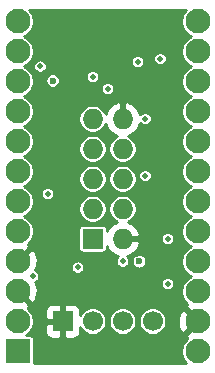
<source format=gbr>
%TF.GenerationSoftware,KiCad,Pcbnew,5.1.7+dfsg1-1~bpo10+1*%
%TF.CreationDate,Date%
%TF.ProjectId,ProMicro_CONN,50726f4d-6963-4726-9f5f-434f4e4e2e6b,v1.4*%
%TF.SameCoordinates,Original*%
%TF.FileFunction,Copper,L2,Inr*%
%TF.FilePolarity,Positive*%
%FSLAX46Y46*%
G04 Gerber Fmt 4.6, Leading zero omitted, Abs format (unit mm)*
G04 Created by KiCad*
%MOMM*%
%LPD*%
G01*
G04 APERTURE LIST*
%TA.AperFunction,ComponentPad*%
%ADD10O,1.727200X1.727200*%
%TD*%
%TA.AperFunction,ComponentPad*%
%ADD11R,1.727200X1.727200*%
%TD*%
%TA.AperFunction,ComponentPad*%
%ADD12R,2.100000X2.100000*%
%TD*%
%TA.AperFunction,ComponentPad*%
%ADD13C,2.100000*%
%TD*%
%TA.AperFunction,ComponentPad*%
%ADD14C,1.700000*%
%TD*%
%TA.AperFunction,ComponentPad*%
%ADD15R,1.700000X1.700000*%
%TD*%
%TA.AperFunction,ViaPad*%
%ADD16C,0.600000*%
%TD*%
%TA.AperFunction,ViaPad*%
%ADD17C,0.500000*%
%TD*%
%TA.AperFunction,Conductor*%
%ADD18C,0.254000*%
%TD*%
%TA.AperFunction,Conductor*%
%ADD19C,0.100000*%
%TD*%
%ADD20C,0.300000*%
%ADD21C,0.200000*%
%ADD22C,0.350000*%
G04 APERTURE END LIST*
D10*
%TO.N,GND*%
%TO.C,J1*%
X8890000Y19685000D03*
%TO.N,TDI*%
X6350000Y19685000D03*
%TO.N,Net-(J1-Pad8)*%
X8890000Y17145000D03*
%TO.N,+3V3*%
X6350000Y17145000D03*
%TO.N,~RST*%
X8890000Y14605000D03*
%TO.N,TMS*%
X6350000Y14605000D03*
%TO.N,+3V3*%
X8890000Y12065000D03*
%TO.N,TDO*%
X6350000Y12065000D03*
%TO.N,GND*%
X8890000Y9525000D03*
D11*
%TO.N,TCK*%
X6350000Y9525000D03*
%TD*%
D12*
%TO.N,RXD*%
%TO.C,A1*%
X0Y0D03*
D13*
%TO.N,TXD*%
X0Y2540000D03*
%TO.N,GND*%
X0Y5080000D03*
%TO.N,Net-(A1-Pad13)*%
X15240000Y27940000D03*
%TO.N,GND*%
X0Y7620000D03*
%TO.N,COPI*%
X15240000Y25400000D03*
%TO.N,SDA*%
X0Y10160000D03*
%TO.N,CIPO*%
X15240000Y22860000D03*
%TO.N,SCL*%
X0Y12700000D03*
%TO.N,SCK*%
X15240000Y20320000D03*
%TO.N,Net-(A1-Pad7)*%
X0Y15240000D03*
%TO.N,TDI*%
X15240000Y17780000D03*
%TO.N,Net-(A1-Pad8)*%
X0Y17780000D03*
%TO.N,TDO*%
X15240000Y15240000D03*
%TO.N,BTN*%
X0Y20320000D03*
%TO.N,TMS*%
X15240000Y12700000D03*
%TO.N,Net-(A1-Pad10)*%
X0Y22860000D03*
%TO.N,TCK*%
X15240000Y10160000D03*
%TO.N,Net-(A1-Pad11)*%
X0Y25400000D03*
%TO.N,+3V3*%
X15240000Y7620000D03*
%TO.N,CS1*%
X0Y27940000D03*
%TO.N,~RST*%
X15240000Y5080000D03*
%TO.N,GND*%
X15240000Y2540000D03*
%TO.N,+5V*%
X15240000Y0D03*
%TD*%
D14*
%TO.N,SDA*%
%TO.C,J3*%
X11430000Y2540000D03*
%TO.N,SCL*%
X8890000Y2540000D03*
%TO.N,+3V3*%
X6350000Y2540000D03*
D15*
%TO.N,GND*%
X3810000Y2540000D03*
%TD*%
D16*
%TO.N,GND*%
X12700000Y21590000D03*
X12700000Y19050000D03*
X12065000Y16446548D03*
X13970000Y16446548D03*
X13970000Y11366548D03*
X13970000Y13906548D03*
D17*
X10160000Y5080000D03*
D16*
X10033000Y21717000D03*
D17*
X6350000Y21590000D03*
X1270000Y21590000D03*
X5715000Y0D03*
X6350000Y7620000D03*
X11176000Y9525000D03*
X3810000Y25019000D03*
X10414000Y11811000D03*
X4064000Y10795000D03*
X4064000Y8382000D03*
X5080000Y5715000D03*
X13589000Y889000D03*
X9525000Y635000D03*
D16*
%TO.N,+3V3*%
X10287000Y7620000D03*
X2973596Y22908904D03*
D17*
%TO.N,RXD*%
X5080000Y7112000D03*
X7620012Y22225000D03*
%TO.N,TXD*%
X2540000Y13335000D03*
%TO.N,SDA*%
X12700000Y9525000D03*
X10795000Y19685000D03*
X10795000Y14859000D03*
%TO.N,CIPO*%
X10160000Y24511000D03*
%TO.N,BTN*%
X1270000Y6350000D03*
%TO.N,CS1*%
X12065001Y24764999D03*
X1905000Y24130000D03*
X6350000Y23241000D03*
%TO.N,~RST*%
X8890000Y7620000D03*
X12700000Y5715000D03*
%TD*%
D18*
%TO.N,GND*%
X14170414Y28817787D02*
X14019718Y28592254D01*
X13915917Y28341656D01*
X13863000Y28075623D01*
X13863000Y27804377D01*
X13915917Y27538344D01*
X14019718Y27287746D01*
X14170414Y27062213D01*
X14362213Y26870414D01*
X14587746Y26719718D01*
X14707776Y26670000D01*
X14587746Y26620282D01*
X14362213Y26469586D01*
X14170414Y26277787D01*
X14019718Y26052254D01*
X13915917Y25801656D01*
X13863000Y25535623D01*
X13863000Y25264377D01*
X13915917Y24998344D01*
X14019718Y24747746D01*
X14170414Y24522213D01*
X14362213Y24330414D01*
X14587746Y24179718D01*
X14707776Y24130000D01*
X14587746Y24080282D01*
X14362213Y23929586D01*
X14170414Y23737787D01*
X14019718Y23512254D01*
X13915917Y23261656D01*
X13863000Y22995623D01*
X13863000Y22724377D01*
X13915917Y22458344D01*
X14019718Y22207746D01*
X14170414Y21982213D01*
X14362213Y21790414D01*
X14587746Y21639718D01*
X14707776Y21590000D01*
X14587746Y21540282D01*
X14362213Y21389586D01*
X14170414Y21197787D01*
X14019718Y20972254D01*
X13915917Y20721656D01*
X13863000Y20455623D01*
X13863000Y20184377D01*
X13915917Y19918344D01*
X14019718Y19667746D01*
X14170414Y19442213D01*
X14362213Y19250414D01*
X14587746Y19099718D01*
X14707776Y19050000D01*
X14587746Y19000282D01*
X14362213Y18849586D01*
X14170414Y18657787D01*
X14019718Y18432254D01*
X13915917Y18181656D01*
X13863000Y17915623D01*
X13863000Y17644377D01*
X13915917Y17378344D01*
X14019718Y17127746D01*
X14170414Y16902213D01*
X14362213Y16710414D01*
X14587746Y16559718D01*
X14707776Y16510000D01*
X14587746Y16460282D01*
X14362213Y16309586D01*
X14170414Y16117787D01*
X14019718Y15892254D01*
X13915917Y15641656D01*
X13863000Y15375623D01*
X13863000Y15104377D01*
X13915917Y14838344D01*
X14019718Y14587746D01*
X14170414Y14362213D01*
X14362213Y14170414D01*
X14587746Y14019718D01*
X14707776Y13970000D01*
X14587746Y13920282D01*
X14362213Y13769586D01*
X14170414Y13577787D01*
X14019718Y13352254D01*
X13915917Y13101656D01*
X13863000Y12835623D01*
X13863000Y12564377D01*
X13915917Y12298344D01*
X14019718Y12047746D01*
X14170414Y11822213D01*
X14362213Y11630414D01*
X14587746Y11479718D01*
X14707776Y11430000D01*
X14587746Y11380282D01*
X14362213Y11229586D01*
X14170414Y11037787D01*
X14019718Y10812254D01*
X13915917Y10561656D01*
X13863000Y10295623D01*
X13863000Y10024377D01*
X13915917Y9758344D01*
X14019718Y9507746D01*
X14170414Y9282213D01*
X14362213Y9090414D01*
X14587746Y8939718D01*
X14707776Y8890000D01*
X14587746Y8840282D01*
X14362213Y8689586D01*
X14170414Y8497787D01*
X14019718Y8272254D01*
X13915917Y8021656D01*
X13863000Y7755623D01*
X13863000Y7484377D01*
X13915917Y7218344D01*
X14019718Y6967746D01*
X14170414Y6742213D01*
X14362213Y6550414D01*
X14587746Y6399718D01*
X14707776Y6350000D01*
X14587746Y6300282D01*
X14362213Y6149586D01*
X14170414Y5957787D01*
X14019718Y5732254D01*
X13915917Y5481656D01*
X13863000Y5215623D01*
X13863000Y4944377D01*
X13915917Y4678344D01*
X14019718Y4427746D01*
X14170414Y4202213D01*
X14362213Y4010414D01*
X14381743Y3997365D01*
X14350339Y3980579D01*
X14248539Y3711066D01*
X15240000Y2719605D01*
X15254143Y2733747D01*
X15433748Y2554142D01*
X15419605Y2540000D01*
X15433748Y2525857D01*
X15254143Y2346252D01*
X15240000Y2360395D01*
X14248539Y1368934D01*
X14350339Y1099421D01*
X14382969Y1083455D01*
X14362213Y1069586D01*
X14170414Y877787D01*
X14019718Y652254D01*
X13915917Y401656D01*
X13863000Y135623D01*
X13863000Y-135623D01*
X13915917Y-401656D01*
X14019718Y-652254D01*
X14170414Y-877787D01*
X14260627Y-968000D01*
X1378582Y-968000D01*
X1378582Y1050000D01*
X1372268Y1114103D01*
X1353570Y1175743D01*
X1323206Y1232550D01*
X1282343Y1282343D01*
X1232550Y1323206D01*
X1175743Y1353570D01*
X1114103Y1372268D01*
X1050000Y1378582D01*
X740350Y1378582D01*
X877787Y1470414D01*
X1069586Y1662213D01*
X1088152Y1690000D01*
X2321928Y1690000D01*
X2334188Y1565518D01*
X2370498Y1445820D01*
X2429463Y1335506D01*
X2508815Y1238815D01*
X2605506Y1159463D01*
X2715820Y1100498D01*
X2835518Y1064188D01*
X2960000Y1051928D01*
X3524250Y1055000D01*
X3683000Y1213750D01*
X3683000Y2413000D01*
X2483750Y2413000D01*
X2325000Y2254250D01*
X2321928Y1690000D01*
X1088152Y1690000D01*
X1220282Y1887746D01*
X1324083Y2138344D01*
X1377000Y2404377D01*
X1377000Y2675623D01*
X1324083Y2941656D01*
X1220282Y3192254D01*
X1088153Y3390000D01*
X2321928Y3390000D01*
X2325000Y2825750D01*
X2483750Y2667000D01*
X3683000Y2667000D01*
X3683000Y3866250D01*
X3937000Y3866250D01*
X3937000Y2667000D01*
X3957000Y2667000D01*
X3957000Y2413000D01*
X3937000Y2413000D01*
X3937000Y1213750D01*
X4095750Y1055000D01*
X4660000Y1051928D01*
X4784482Y1064188D01*
X4904180Y1100498D01*
X5014494Y1159463D01*
X5111185Y1238815D01*
X5190537Y1335506D01*
X5249502Y1445820D01*
X5285812Y1565518D01*
X5298072Y1690000D01*
X5296340Y2008110D01*
X5306956Y1982481D01*
X5435764Y1789706D01*
X5599706Y1625764D01*
X5792481Y1496956D01*
X6006682Y1408231D01*
X6234076Y1363000D01*
X6465924Y1363000D01*
X6693318Y1408231D01*
X6907519Y1496956D01*
X7100294Y1625764D01*
X7264236Y1789706D01*
X7393044Y1982481D01*
X7481769Y2196682D01*
X7527000Y2424076D01*
X7527000Y2655924D01*
X7713000Y2655924D01*
X7713000Y2424076D01*
X7758231Y2196682D01*
X7846956Y1982481D01*
X7975764Y1789706D01*
X8139706Y1625764D01*
X8332481Y1496956D01*
X8546682Y1408231D01*
X8774076Y1363000D01*
X9005924Y1363000D01*
X9233318Y1408231D01*
X9447519Y1496956D01*
X9640294Y1625764D01*
X9804236Y1789706D01*
X9933044Y1982481D01*
X10021769Y2196682D01*
X10067000Y2424076D01*
X10067000Y2655924D01*
X10253000Y2655924D01*
X10253000Y2424076D01*
X10298231Y2196682D01*
X10386956Y1982481D01*
X10515764Y1789706D01*
X10679706Y1625764D01*
X10872481Y1496956D01*
X11086682Y1408231D01*
X11314076Y1363000D01*
X11545924Y1363000D01*
X11773318Y1408231D01*
X11987519Y1496956D01*
X12180294Y1625764D01*
X12344236Y1789706D01*
X12473044Y1982481D01*
X12561769Y2196682D01*
X12607000Y2424076D01*
X12607000Y2479383D01*
X13547934Y2479383D01*
X13592272Y2150443D01*
X13699931Y1836473D01*
X13799421Y1650339D01*
X14068934Y1548539D01*
X15060395Y2540000D01*
X14068934Y3531461D01*
X13799421Y3429661D01*
X13653537Y3131523D01*
X13568620Y2810654D01*
X13547934Y2479383D01*
X12607000Y2479383D01*
X12607000Y2655924D01*
X12561769Y2883318D01*
X12473044Y3097519D01*
X12344236Y3290294D01*
X12180294Y3454236D01*
X11987519Y3583044D01*
X11773318Y3671769D01*
X11545924Y3717000D01*
X11314076Y3717000D01*
X11086682Y3671769D01*
X10872481Y3583044D01*
X10679706Y3454236D01*
X10515764Y3290294D01*
X10386956Y3097519D01*
X10298231Y2883318D01*
X10253000Y2655924D01*
X10067000Y2655924D01*
X10021769Y2883318D01*
X9933044Y3097519D01*
X9804236Y3290294D01*
X9640294Y3454236D01*
X9447519Y3583044D01*
X9233318Y3671769D01*
X9005924Y3717000D01*
X8774076Y3717000D01*
X8546682Y3671769D01*
X8332481Y3583044D01*
X8139706Y3454236D01*
X7975764Y3290294D01*
X7846956Y3097519D01*
X7758231Y2883318D01*
X7713000Y2655924D01*
X7527000Y2655924D01*
X7481769Y2883318D01*
X7393044Y3097519D01*
X7264236Y3290294D01*
X7100294Y3454236D01*
X6907519Y3583044D01*
X6693318Y3671769D01*
X6465924Y3717000D01*
X6234076Y3717000D01*
X6006682Y3671769D01*
X5792481Y3583044D01*
X5599706Y3454236D01*
X5435764Y3290294D01*
X5306956Y3097519D01*
X5296340Y3071890D01*
X5298072Y3390000D01*
X5285812Y3514482D01*
X5249502Y3634180D01*
X5190537Y3744494D01*
X5111185Y3841185D01*
X5014494Y3920537D01*
X4904180Y3979502D01*
X4784482Y4015812D01*
X4660000Y4028072D01*
X4095750Y4025000D01*
X3937000Y3866250D01*
X3683000Y3866250D01*
X3524250Y4025000D01*
X2960000Y4028072D01*
X2835518Y4015812D01*
X2715820Y3979502D01*
X2605506Y3920537D01*
X2508815Y3841185D01*
X2429463Y3744494D01*
X2370498Y3634180D01*
X2334188Y3514482D01*
X2321928Y3390000D01*
X1088153Y3390000D01*
X1069586Y3417787D01*
X877787Y3609586D01*
X858257Y3622635D01*
X889661Y3639421D01*
X991461Y3908934D01*
X0Y4900395D01*
X-14142Y4886252D01*
X-193747Y5065857D01*
X-179605Y5080000D01*
X-193747Y5094142D01*
X-14142Y5273747D01*
X0Y5259605D01*
X14143Y5273747D01*
X193748Y5094142D01*
X179605Y5080000D01*
X1171066Y4088539D01*
X1440579Y4190339D01*
X1586463Y4488477D01*
X1671380Y4809346D01*
X1692066Y5140617D01*
X1647728Y5469557D01*
X1544080Y5771830D01*
X12123000Y5771830D01*
X12123000Y5658170D01*
X12145174Y5546695D01*
X12188669Y5441688D01*
X12251815Y5347184D01*
X12332184Y5266815D01*
X12426688Y5203669D01*
X12531695Y5160174D01*
X12643170Y5138000D01*
X12756830Y5138000D01*
X12868305Y5160174D01*
X12973312Y5203669D01*
X13067816Y5266815D01*
X13148185Y5347184D01*
X13211331Y5441688D01*
X13254826Y5546695D01*
X13277000Y5658170D01*
X13277000Y5771830D01*
X13254826Y5883305D01*
X13211331Y5988312D01*
X13148185Y6082816D01*
X13067816Y6163185D01*
X12973312Y6226331D01*
X12868305Y6269826D01*
X12756830Y6292000D01*
X12643170Y6292000D01*
X12531695Y6269826D01*
X12426688Y6226331D01*
X12332184Y6163185D01*
X12251815Y6082816D01*
X12188669Y5988312D01*
X12145174Y5883305D01*
X12123000Y5771830D01*
X1544080Y5771830D01*
X1540069Y5783527D01*
X1516526Y5827574D01*
X1543312Y5838669D01*
X1637816Y5901815D01*
X1718185Y5982184D01*
X1781331Y6076688D01*
X1824826Y6181695D01*
X1847000Y6293170D01*
X1847000Y6406830D01*
X1824826Y6518305D01*
X1781331Y6623312D01*
X1718185Y6717816D01*
X1637816Y6798185D01*
X1543312Y6861331D01*
X1511187Y6874638D01*
X1586463Y7028477D01*
X1623606Y7168830D01*
X4503000Y7168830D01*
X4503000Y7055170D01*
X4525174Y6943695D01*
X4568669Y6838688D01*
X4631815Y6744184D01*
X4712184Y6663815D01*
X4806688Y6600669D01*
X4911695Y6557174D01*
X5023170Y6535000D01*
X5136830Y6535000D01*
X5248305Y6557174D01*
X5353312Y6600669D01*
X5447816Y6663815D01*
X5528185Y6744184D01*
X5591331Y6838688D01*
X5634826Y6943695D01*
X5657000Y7055170D01*
X5657000Y7168830D01*
X5634826Y7280305D01*
X5591331Y7385312D01*
X5528185Y7479816D01*
X5447816Y7560185D01*
X5353312Y7623331D01*
X5248305Y7666826D01*
X5136830Y7689000D01*
X5023170Y7689000D01*
X4911695Y7666826D01*
X4806688Y7623331D01*
X4712184Y7560185D01*
X4631815Y7479816D01*
X4568669Y7385312D01*
X4525174Y7280305D01*
X4503000Y7168830D01*
X1623606Y7168830D01*
X1671380Y7349346D01*
X1692066Y7680617D01*
X1647728Y8009557D01*
X1540069Y8323527D01*
X1440579Y8509661D01*
X1171066Y8611461D01*
X179605Y7620000D01*
X193748Y7605857D01*
X14143Y7426252D01*
X0Y7440395D01*
X-14142Y7426252D01*
X-193747Y7605857D01*
X-179605Y7620000D01*
X-193747Y7634142D01*
X-14142Y7813747D01*
X0Y7799605D01*
X991461Y8791066D01*
X889661Y9060579D01*
X857031Y9076545D01*
X877787Y9090414D01*
X1069586Y9282213D01*
X1220282Y9507746D01*
X1324083Y9758344D01*
X1377000Y10024377D01*
X1377000Y10295623D01*
X1358506Y10388600D01*
X5157818Y10388600D01*
X5157818Y8661400D01*
X5164132Y8597297D01*
X5182830Y8535657D01*
X5213194Y8478850D01*
X5254057Y8429057D01*
X5303850Y8388194D01*
X5360657Y8357830D01*
X5422297Y8339132D01*
X5486400Y8332818D01*
X7213600Y8332818D01*
X7277703Y8339132D01*
X7339343Y8357830D01*
X7396150Y8388194D01*
X7445943Y8429057D01*
X7486806Y8478850D01*
X7517170Y8535657D01*
X7535868Y8597297D01*
X7542182Y8661400D01*
X7542182Y8886529D01*
X7607316Y8750056D01*
X7783146Y8514707D01*
X8001512Y8318183D01*
X8254022Y8168036D01*
X8527039Y8071429D01*
X8522184Y8068185D01*
X8441815Y7987816D01*
X8378669Y7893312D01*
X8335174Y7788305D01*
X8313000Y7676830D01*
X8313000Y7563170D01*
X8335174Y7451695D01*
X8378669Y7346688D01*
X8441815Y7252184D01*
X8522184Y7171815D01*
X8616688Y7108669D01*
X8721695Y7065174D01*
X8833170Y7043000D01*
X8946830Y7043000D01*
X9058305Y7065174D01*
X9163312Y7108669D01*
X9257816Y7171815D01*
X9338185Y7252184D01*
X9401331Y7346688D01*
X9444826Y7451695D01*
X9467000Y7563170D01*
X9467000Y7676830D01*
X9466021Y7681754D01*
X9660000Y7681754D01*
X9660000Y7558246D01*
X9684095Y7437111D01*
X9731360Y7323004D01*
X9799977Y7220311D01*
X9887311Y7132977D01*
X9990004Y7064360D01*
X10104111Y7017095D01*
X10225246Y6993000D01*
X10348754Y6993000D01*
X10469889Y7017095D01*
X10583996Y7064360D01*
X10686689Y7132977D01*
X10774023Y7220311D01*
X10842640Y7323004D01*
X10889905Y7437111D01*
X10914000Y7558246D01*
X10914000Y7681754D01*
X10889905Y7802889D01*
X10842640Y7916996D01*
X10774023Y8019689D01*
X10686689Y8107023D01*
X10583996Y8175640D01*
X10469889Y8222905D01*
X10348754Y8247000D01*
X10225246Y8247000D01*
X10104111Y8222905D01*
X9990004Y8175640D01*
X9887311Y8107023D01*
X9799977Y8019689D01*
X9731360Y7916996D01*
X9684095Y7802889D01*
X9660000Y7681754D01*
X9466021Y7681754D01*
X9444826Y7788305D01*
X9401331Y7893312D01*
X9338185Y7987816D01*
X9257816Y8068185D01*
X9252961Y8071429D01*
X9525978Y8168036D01*
X9778488Y8318183D01*
X9996854Y8514707D01*
X10172684Y8750056D01*
X10299222Y9015186D01*
X10344958Y9165974D01*
X10223817Y9398000D01*
X9017000Y9398000D01*
X9017000Y9378000D01*
X8763000Y9378000D01*
X8763000Y9398000D01*
X8743000Y9398000D01*
X8743000Y9581830D01*
X12123000Y9581830D01*
X12123000Y9468170D01*
X12145174Y9356695D01*
X12188669Y9251688D01*
X12251815Y9157184D01*
X12332184Y9076815D01*
X12426688Y9013669D01*
X12531695Y8970174D01*
X12643170Y8948000D01*
X12756830Y8948000D01*
X12868305Y8970174D01*
X12973312Y9013669D01*
X13067816Y9076815D01*
X13148185Y9157184D01*
X13211331Y9251688D01*
X13254826Y9356695D01*
X13277000Y9468170D01*
X13277000Y9581830D01*
X13254826Y9693305D01*
X13211331Y9798312D01*
X13148185Y9892816D01*
X13067816Y9973185D01*
X12973312Y10036331D01*
X12868305Y10079826D01*
X12756830Y10102000D01*
X12643170Y10102000D01*
X12531695Y10079826D01*
X12426688Y10036331D01*
X12332184Y9973185D01*
X12251815Y9892816D01*
X12188669Y9798312D01*
X12145174Y9693305D01*
X12123000Y9581830D01*
X8743000Y9581830D01*
X8743000Y9652000D01*
X8763000Y9652000D01*
X8763000Y9672000D01*
X9017000Y9672000D01*
X9017000Y9652000D01*
X10223817Y9652000D01*
X10344958Y9884026D01*
X10299222Y10034814D01*
X10172684Y10299944D01*
X9996854Y10535293D01*
X9778488Y10731817D01*
X9525978Y10881964D01*
X9320565Y10954649D01*
X9453961Y11009904D01*
X9648963Y11140200D01*
X9814800Y11306037D01*
X9945096Y11501039D01*
X10034846Y11717715D01*
X10080600Y11947736D01*
X10080600Y12182264D01*
X10034846Y12412285D01*
X9945096Y12628961D01*
X9814800Y12823963D01*
X9648963Y12989800D01*
X9453961Y13120096D01*
X9237285Y13209846D01*
X9007264Y13255600D01*
X8772736Y13255600D01*
X8542715Y13209846D01*
X8326039Y13120096D01*
X8131037Y12989800D01*
X7965200Y12823963D01*
X7834904Y12628961D01*
X7745154Y12412285D01*
X7699400Y12182264D01*
X7699400Y11947736D01*
X7745154Y11717715D01*
X7834904Y11501039D01*
X7965200Y11306037D01*
X8131037Y11140200D01*
X8326039Y11009904D01*
X8459435Y10954649D01*
X8254022Y10881964D01*
X8001512Y10731817D01*
X7783146Y10535293D01*
X7607316Y10299944D01*
X7542182Y10163471D01*
X7542182Y10388600D01*
X7535868Y10452703D01*
X7517170Y10514343D01*
X7486806Y10571150D01*
X7445943Y10620943D01*
X7396150Y10661806D01*
X7339343Y10692170D01*
X7277703Y10710868D01*
X7213600Y10717182D01*
X5486400Y10717182D01*
X5422297Y10710868D01*
X5360657Y10692170D01*
X5303850Y10661806D01*
X5254057Y10620943D01*
X5213194Y10571150D01*
X5182830Y10514343D01*
X5164132Y10452703D01*
X5157818Y10388600D01*
X1358506Y10388600D01*
X1324083Y10561656D01*
X1220282Y10812254D01*
X1069586Y11037787D01*
X877787Y11229586D01*
X652254Y11380282D01*
X532224Y11430000D01*
X652254Y11479718D01*
X877787Y11630414D01*
X1069586Y11822213D01*
X1220282Y12047746D01*
X1276001Y12182264D01*
X5159400Y12182264D01*
X5159400Y11947736D01*
X5205154Y11717715D01*
X5294904Y11501039D01*
X5425200Y11306037D01*
X5591037Y11140200D01*
X5786039Y11009904D01*
X6002715Y10920154D01*
X6232736Y10874400D01*
X6467264Y10874400D01*
X6697285Y10920154D01*
X6913961Y11009904D01*
X7108963Y11140200D01*
X7274800Y11306037D01*
X7405096Y11501039D01*
X7494846Y11717715D01*
X7540600Y11947736D01*
X7540600Y12182264D01*
X7494846Y12412285D01*
X7405096Y12628961D01*
X7274800Y12823963D01*
X7108963Y12989800D01*
X6913961Y13120096D01*
X6697285Y13209846D01*
X6467264Y13255600D01*
X6232736Y13255600D01*
X6002715Y13209846D01*
X5786039Y13120096D01*
X5591037Y12989800D01*
X5425200Y12823963D01*
X5294904Y12628961D01*
X5205154Y12412285D01*
X5159400Y12182264D01*
X1276001Y12182264D01*
X1324083Y12298344D01*
X1377000Y12564377D01*
X1377000Y12835623D01*
X1324083Y13101656D01*
X1220282Y13352254D01*
X1193839Y13391830D01*
X1963000Y13391830D01*
X1963000Y13278170D01*
X1985174Y13166695D01*
X2028669Y13061688D01*
X2091815Y12967184D01*
X2172184Y12886815D01*
X2266688Y12823669D01*
X2371695Y12780174D01*
X2483170Y12758000D01*
X2596830Y12758000D01*
X2708305Y12780174D01*
X2813312Y12823669D01*
X2907816Y12886815D01*
X2988185Y12967184D01*
X3051331Y13061688D01*
X3094826Y13166695D01*
X3117000Y13278170D01*
X3117000Y13391830D01*
X3094826Y13503305D01*
X3051331Y13608312D01*
X2988185Y13702816D01*
X2907816Y13783185D01*
X2813312Y13846331D01*
X2708305Y13889826D01*
X2596830Y13912000D01*
X2483170Y13912000D01*
X2371695Y13889826D01*
X2266688Y13846331D01*
X2172184Y13783185D01*
X2091815Y13702816D01*
X2028669Y13608312D01*
X1985174Y13503305D01*
X1963000Y13391830D01*
X1193839Y13391830D01*
X1069586Y13577787D01*
X877787Y13769586D01*
X652254Y13920282D01*
X532224Y13970000D01*
X652254Y14019718D01*
X877787Y14170414D01*
X1069586Y14362213D01*
X1220282Y14587746D01*
X1276001Y14722264D01*
X5159400Y14722264D01*
X5159400Y14487736D01*
X5205154Y14257715D01*
X5294904Y14041039D01*
X5425200Y13846037D01*
X5591037Y13680200D01*
X5786039Y13549904D01*
X6002715Y13460154D01*
X6232736Y13414400D01*
X6467264Y13414400D01*
X6697285Y13460154D01*
X6913961Y13549904D01*
X7108963Y13680200D01*
X7274800Y13846037D01*
X7405096Y14041039D01*
X7494846Y14257715D01*
X7540600Y14487736D01*
X7540600Y14722264D01*
X7699400Y14722264D01*
X7699400Y14487736D01*
X7745154Y14257715D01*
X7834904Y14041039D01*
X7965200Y13846037D01*
X8131037Y13680200D01*
X8326039Y13549904D01*
X8542715Y13460154D01*
X8772736Y13414400D01*
X9007264Y13414400D01*
X9237285Y13460154D01*
X9453961Y13549904D01*
X9648963Y13680200D01*
X9814800Y13846037D01*
X9945096Y14041039D01*
X10034846Y14257715D01*
X10080600Y14487736D01*
X10080600Y14722264D01*
X10042098Y14915830D01*
X10218000Y14915830D01*
X10218000Y14802170D01*
X10240174Y14690695D01*
X10283669Y14585688D01*
X10346815Y14491184D01*
X10427184Y14410815D01*
X10521688Y14347669D01*
X10626695Y14304174D01*
X10738170Y14282000D01*
X10851830Y14282000D01*
X10963305Y14304174D01*
X11068312Y14347669D01*
X11162816Y14410815D01*
X11243185Y14491184D01*
X11306331Y14585688D01*
X11349826Y14690695D01*
X11372000Y14802170D01*
X11372000Y14915830D01*
X11349826Y15027305D01*
X11306331Y15132312D01*
X11243185Y15226816D01*
X11162816Y15307185D01*
X11068312Y15370331D01*
X10963305Y15413826D01*
X10851830Y15436000D01*
X10738170Y15436000D01*
X10626695Y15413826D01*
X10521688Y15370331D01*
X10427184Y15307185D01*
X10346815Y15226816D01*
X10283669Y15132312D01*
X10240174Y15027305D01*
X10218000Y14915830D01*
X10042098Y14915830D01*
X10034846Y14952285D01*
X9945096Y15168961D01*
X9814800Y15363963D01*
X9648963Y15529800D01*
X9453961Y15660096D01*
X9237285Y15749846D01*
X9007264Y15795600D01*
X8772736Y15795600D01*
X8542715Y15749846D01*
X8326039Y15660096D01*
X8131037Y15529800D01*
X7965200Y15363963D01*
X7834904Y15168961D01*
X7745154Y14952285D01*
X7699400Y14722264D01*
X7540600Y14722264D01*
X7494846Y14952285D01*
X7405096Y15168961D01*
X7274800Y15363963D01*
X7108963Y15529800D01*
X6913961Y15660096D01*
X6697285Y15749846D01*
X6467264Y15795600D01*
X6232736Y15795600D01*
X6002715Y15749846D01*
X5786039Y15660096D01*
X5591037Y15529800D01*
X5425200Y15363963D01*
X5294904Y15168961D01*
X5205154Y14952285D01*
X5159400Y14722264D01*
X1276001Y14722264D01*
X1324083Y14838344D01*
X1377000Y15104377D01*
X1377000Y15375623D01*
X1324083Y15641656D01*
X1220282Y15892254D01*
X1069586Y16117787D01*
X877787Y16309586D01*
X652254Y16460282D01*
X532224Y16510000D01*
X652254Y16559718D01*
X877787Y16710414D01*
X1069586Y16902213D01*
X1220282Y17127746D01*
X1276001Y17262264D01*
X5159400Y17262264D01*
X5159400Y17027736D01*
X5205154Y16797715D01*
X5294904Y16581039D01*
X5425200Y16386037D01*
X5591037Y16220200D01*
X5786039Y16089904D01*
X6002715Y16000154D01*
X6232736Y15954400D01*
X6467264Y15954400D01*
X6697285Y16000154D01*
X6913961Y16089904D01*
X7108963Y16220200D01*
X7274800Y16386037D01*
X7405096Y16581039D01*
X7494846Y16797715D01*
X7540600Y17027736D01*
X7540600Y17262264D01*
X7494846Y17492285D01*
X7405096Y17708961D01*
X7274800Y17903963D01*
X7108963Y18069800D01*
X6913961Y18200096D01*
X6697285Y18289846D01*
X6467264Y18335600D01*
X6232736Y18335600D01*
X6002715Y18289846D01*
X5786039Y18200096D01*
X5591037Y18069800D01*
X5425200Y17903963D01*
X5294904Y17708961D01*
X5205154Y17492285D01*
X5159400Y17262264D01*
X1276001Y17262264D01*
X1324083Y17378344D01*
X1377000Y17644377D01*
X1377000Y17915623D01*
X1324083Y18181656D01*
X1220282Y18432254D01*
X1069586Y18657787D01*
X877787Y18849586D01*
X652254Y19000282D01*
X532224Y19050000D01*
X652254Y19099718D01*
X877787Y19250414D01*
X1069586Y19442213D01*
X1220282Y19667746D01*
X1276001Y19802264D01*
X5159400Y19802264D01*
X5159400Y19567736D01*
X5205154Y19337715D01*
X5294904Y19121039D01*
X5425200Y18926037D01*
X5591037Y18760200D01*
X5786039Y18629904D01*
X6002715Y18540154D01*
X6232736Y18494400D01*
X6467264Y18494400D01*
X6697285Y18540154D01*
X6913961Y18629904D01*
X7108963Y18760200D01*
X7274800Y18926037D01*
X7405096Y19121039D01*
X7458267Y19249404D01*
X7480778Y19175186D01*
X7607316Y18910056D01*
X7783146Y18674707D01*
X8001512Y18478183D01*
X8254022Y18328036D01*
X8459435Y18255351D01*
X8326039Y18200096D01*
X8131037Y18069800D01*
X7965200Y17903963D01*
X7834904Y17708961D01*
X7745154Y17492285D01*
X7699400Y17262264D01*
X7699400Y17027736D01*
X7745154Y16797715D01*
X7834904Y16581039D01*
X7965200Y16386037D01*
X8131037Y16220200D01*
X8326039Y16089904D01*
X8542715Y16000154D01*
X8772736Y15954400D01*
X9007264Y15954400D01*
X9237285Y16000154D01*
X9453961Y16089904D01*
X9648963Y16220200D01*
X9814800Y16386037D01*
X9945096Y16581039D01*
X10034846Y16797715D01*
X10080600Y17027736D01*
X10080600Y17262264D01*
X10034846Y17492285D01*
X9945096Y17708961D01*
X9814800Y17903963D01*
X9648963Y18069800D01*
X9453961Y18200096D01*
X9320565Y18255351D01*
X9525978Y18328036D01*
X9778488Y18478183D01*
X9996854Y18674707D01*
X10172684Y18910056D01*
X10299222Y19175186D01*
X10343704Y19321840D01*
X10346815Y19317184D01*
X10427184Y19236815D01*
X10521688Y19173669D01*
X10626695Y19130174D01*
X10738170Y19108000D01*
X10851830Y19108000D01*
X10963305Y19130174D01*
X11068312Y19173669D01*
X11162816Y19236815D01*
X11243185Y19317184D01*
X11306331Y19411688D01*
X11349826Y19516695D01*
X11372000Y19628170D01*
X11372000Y19741830D01*
X11349826Y19853305D01*
X11306331Y19958312D01*
X11243185Y20052816D01*
X11162816Y20133185D01*
X11068312Y20196331D01*
X10963305Y20239826D01*
X10851830Y20262000D01*
X10738170Y20262000D01*
X10626695Y20239826D01*
X10521688Y20196331D01*
X10427184Y20133185D01*
X10346815Y20052816D01*
X10343704Y20048160D01*
X10299222Y20194814D01*
X10172684Y20459944D01*
X9996854Y20695293D01*
X9778488Y20891817D01*
X9525978Y21041964D01*
X9249027Y21139963D01*
X9017000Y21019464D01*
X9017000Y19812000D01*
X9037000Y19812000D01*
X9037000Y19558000D01*
X9017000Y19558000D01*
X9017000Y19538000D01*
X8763000Y19538000D01*
X8763000Y19558000D01*
X8743000Y19558000D01*
X8743000Y19812000D01*
X8763000Y19812000D01*
X8763000Y21019464D01*
X8530973Y21139963D01*
X8254022Y21041964D01*
X8001512Y20891817D01*
X7783146Y20695293D01*
X7607316Y20459944D01*
X7480778Y20194814D01*
X7458267Y20120596D01*
X7405096Y20248961D01*
X7274800Y20443963D01*
X7108963Y20609800D01*
X6913961Y20740096D01*
X6697285Y20829846D01*
X6467264Y20875600D01*
X6232736Y20875600D01*
X6002715Y20829846D01*
X5786039Y20740096D01*
X5591037Y20609800D01*
X5425200Y20443963D01*
X5294904Y20248961D01*
X5205154Y20032285D01*
X5159400Y19802264D01*
X1276001Y19802264D01*
X1324083Y19918344D01*
X1377000Y20184377D01*
X1377000Y20455623D01*
X1324083Y20721656D01*
X1220282Y20972254D01*
X1069586Y21197787D01*
X877787Y21389586D01*
X652254Y21540282D01*
X532224Y21590000D01*
X652254Y21639718D01*
X877787Y21790414D01*
X1069586Y21982213D01*
X1220282Y22207746D01*
X1250968Y22281830D01*
X7043012Y22281830D01*
X7043012Y22168170D01*
X7065186Y22056695D01*
X7108681Y21951688D01*
X7171827Y21857184D01*
X7252196Y21776815D01*
X7346700Y21713669D01*
X7451707Y21670174D01*
X7563182Y21648000D01*
X7676842Y21648000D01*
X7788317Y21670174D01*
X7893324Y21713669D01*
X7987828Y21776815D01*
X8068197Y21857184D01*
X8131343Y21951688D01*
X8174838Y22056695D01*
X8197012Y22168170D01*
X8197012Y22281830D01*
X8174838Y22393305D01*
X8131343Y22498312D01*
X8068197Y22592816D01*
X7987828Y22673185D01*
X7893324Y22736331D01*
X7788317Y22779826D01*
X7676842Y22802000D01*
X7563182Y22802000D01*
X7451707Y22779826D01*
X7346700Y22736331D01*
X7252196Y22673185D01*
X7171827Y22592816D01*
X7108681Y22498312D01*
X7065186Y22393305D01*
X7043012Y22281830D01*
X1250968Y22281830D01*
X1324083Y22458344D01*
X1377000Y22724377D01*
X1377000Y22970658D01*
X2346596Y22970658D01*
X2346596Y22847150D01*
X2370691Y22726015D01*
X2417956Y22611908D01*
X2486573Y22509215D01*
X2573907Y22421881D01*
X2676600Y22353264D01*
X2790707Y22305999D01*
X2911842Y22281904D01*
X3035350Y22281904D01*
X3156485Y22305999D01*
X3270592Y22353264D01*
X3373285Y22421881D01*
X3460619Y22509215D01*
X3529236Y22611908D01*
X3576501Y22726015D01*
X3600596Y22847150D01*
X3600596Y22970658D01*
X3576501Y23091793D01*
X3529236Y23205900D01*
X3467811Y23297830D01*
X5773000Y23297830D01*
X5773000Y23184170D01*
X5795174Y23072695D01*
X5838669Y22967688D01*
X5901815Y22873184D01*
X5982184Y22792815D01*
X6076688Y22729669D01*
X6181695Y22686174D01*
X6293170Y22664000D01*
X6406830Y22664000D01*
X6518305Y22686174D01*
X6623312Y22729669D01*
X6717816Y22792815D01*
X6798185Y22873184D01*
X6861331Y22967688D01*
X6904826Y23072695D01*
X6927000Y23184170D01*
X6927000Y23297830D01*
X6904826Y23409305D01*
X6861331Y23514312D01*
X6798185Y23608816D01*
X6717816Y23689185D01*
X6623312Y23752331D01*
X6518305Y23795826D01*
X6406830Y23818000D01*
X6293170Y23818000D01*
X6181695Y23795826D01*
X6076688Y23752331D01*
X5982184Y23689185D01*
X5901815Y23608816D01*
X5838669Y23514312D01*
X5795174Y23409305D01*
X5773000Y23297830D01*
X3467811Y23297830D01*
X3460619Y23308593D01*
X3373285Y23395927D01*
X3270592Y23464544D01*
X3156485Y23511809D01*
X3035350Y23535904D01*
X2911842Y23535904D01*
X2790707Y23511809D01*
X2676600Y23464544D01*
X2573907Y23395927D01*
X2486573Y23308593D01*
X2417956Y23205900D01*
X2370691Y23091793D01*
X2346596Y22970658D01*
X1377000Y22970658D01*
X1377000Y22995623D01*
X1324083Y23261656D01*
X1220282Y23512254D01*
X1069586Y23737787D01*
X877787Y23929586D01*
X652254Y24080282D01*
X532224Y24130000D01*
X652254Y24179718D01*
X662897Y24186830D01*
X1328000Y24186830D01*
X1328000Y24073170D01*
X1350174Y23961695D01*
X1393669Y23856688D01*
X1456815Y23762184D01*
X1537184Y23681815D01*
X1631688Y23618669D01*
X1736695Y23575174D01*
X1848170Y23553000D01*
X1961830Y23553000D01*
X2073305Y23575174D01*
X2178312Y23618669D01*
X2272816Y23681815D01*
X2353185Y23762184D01*
X2416331Y23856688D01*
X2459826Y23961695D01*
X2482000Y24073170D01*
X2482000Y24186830D01*
X2459826Y24298305D01*
X2416331Y24403312D01*
X2353185Y24497816D01*
X2283171Y24567830D01*
X9583000Y24567830D01*
X9583000Y24454170D01*
X9605174Y24342695D01*
X9648669Y24237688D01*
X9711815Y24143184D01*
X9792184Y24062815D01*
X9886688Y23999669D01*
X9991695Y23956174D01*
X10103170Y23934000D01*
X10216830Y23934000D01*
X10328305Y23956174D01*
X10433312Y23999669D01*
X10527816Y24062815D01*
X10608185Y24143184D01*
X10671331Y24237688D01*
X10714826Y24342695D01*
X10737000Y24454170D01*
X10737000Y24567830D01*
X10714826Y24679305D01*
X10671331Y24784312D01*
X10646263Y24821829D01*
X11488001Y24821829D01*
X11488001Y24708169D01*
X11510175Y24596694D01*
X11553670Y24491687D01*
X11616816Y24397183D01*
X11697185Y24316814D01*
X11791689Y24253668D01*
X11896696Y24210173D01*
X12008171Y24187999D01*
X12121831Y24187999D01*
X12233306Y24210173D01*
X12338313Y24253668D01*
X12432817Y24316814D01*
X12513186Y24397183D01*
X12576332Y24491687D01*
X12619827Y24596694D01*
X12642001Y24708169D01*
X12642001Y24821829D01*
X12619827Y24933304D01*
X12576332Y25038311D01*
X12513186Y25132815D01*
X12432817Y25213184D01*
X12338313Y25276330D01*
X12233306Y25319825D01*
X12121831Y25341999D01*
X12008171Y25341999D01*
X11896696Y25319825D01*
X11791689Y25276330D01*
X11697185Y25213184D01*
X11616816Y25132815D01*
X11553670Y25038311D01*
X11510175Y24933304D01*
X11488001Y24821829D01*
X10646263Y24821829D01*
X10608185Y24878816D01*
X10527816Y24959185D01*
X10433312Y25022331D01*
X10328305Y25065826D01*
X10216830Y25088000D01*
X10103170Y25088000D01*
X9991695Y25065826D01*
X9886688Y25022331D01*
X9792184Y24959185D01*
X9711815Y24878816D01*
X9648669Y24784312D01*
X9605174Y24679305D01*
X9583000Y24567830D01*
X2283171Y24567830D01*
X2272816Y24578185D01*
X2178312Y24641331D01*
X2073305Y24684826D01*
X1961830Y24707000D01*
X1848170Y24707000D01*
X1736695Y24684826D01*
X1631688Y24641331D01*
X1537184Y24578185D01*
X1456815Y24497816D01*
X1393669Y24403312D01*
X1350174Y24298305D01*
X1328000Y24186830D01*
X662897Y24186830D01*
X877787Y24330414D01*
X1069586Y24522213D01*
X1220282Y24747746D01*
X1324083Y24998344D01*
X1377000Y25264377D01*
X1377000Y25535623D01*
X1324083Y25801656D01*
X1220282Y26052254D01*
X1069586Y26277787D01*
X877787Y26469586D01*
X652254Y26620282D01*
X532224Y26670000D01*
X652254Y26719718D01*
X877787Y26870414D01*
X1069586Y27062213D01*
X1220282Y27287746D01*
X1324083Y27538344D01*
X1377000Y27804377D01*
X1377000Y28075623D01*
X1324083Y28341656D01*
X1220282Y28592254D01*
X1069586Y28817787D01*
X979373Y28908000D01*
X14260627Y28908000D01*
X14170414Y28817787D01*
%TA.AperFunction,Conductor*%
D19*
G36*
X14170414Y28817787D02*
G01*
X14019718Y28592254D01*
X13915917Y28341656D01*
X13863000Y28075623D01*
X13863000Y27804377D01*
X13915917Y27538344D01*
X14019718Y27287746D01*
X14170414Y27062213D01*
X14362213Y26870414D01*
X14587746Y26719718D01*
X14707776Y26670000D01*
X14587746Y26620282D01*
X14362213Y26469586D01*
X14170414Y26277787D01*
X14019718Y26052254D01*
X13915917Y25801656D01*
X13863000Y25535623D01*
X13863000Y25264377D01*
X13915917Y24998344D01*
X14019718Y24747746D01*
X14170414Y24522213D01*
X14362213Y24330414D01*
X14587746Y24179718D01*
X14707776Y24130000D01*
X14587746Y24080282D01*
X14362213Y23929586D01*
X14170414Y23737787D01*
X14019718Y23512254D01*
X13915917Y23261656D01*
X13863000Y22995623D01*
X13863000Y22724377D01*
X13915917Y22458344D01*
X14019718Y22207746D01*
X14170414Y21982213D01*
X14362213Y21790414D01*
X14587746Y21639718D01*
X14707776Y21590000D01*
X14587746Y21540282D01*
X14362213Y21389586D01*
X14170414Y21197787D01*
X14019718Y20972254D01*
X13915917Y20721656D01*
X13863000Y20455623D01*
X13863000Y20184377D01*
X13915917Y19918344D01*
X14019718Y19667746D01*
X14170414Y19442213D01*
X14362213Y19250414D01*
X14587746Y19099718D01*
X14707776Y19050000D01*
X14587746Y19000282D01*
X14362213Y18849586D01*
X14170414Y18657787D01*
X14019718Y18432254D01*
X13915917Y18181656D01*
X13863000Y17915623D01*
X13863000Y17644377D01*
X13915917Y17378344D01*
X14019718Y17127746D01*
X14170414Y16902213D01*
X14362213Y16710414D01*
X14587746Y16559718D01*
X14707776Y16510000D01*
X14587746Y16460282D01*
X14362213Y16309586D01*
X14170414Y16117787D01*
X14019718Y15892254D01*
X13915917Y15641656D01*
X13863000Y15375623D01*
X13863000Y15104377D01*
X13915917Y14838344D01*
X14019718Y14587746D01*
X14170414Y14362213D01*
X14362213Y14170414D01*
X14587746Y14019718D01*
X14707776Y13970000D01*
X14587746Y13920282D01*
X14362213Y13769586D01*
X14170414Y13577787D01*
X14019718Y13352254D01*
X13915917Y13101656D01*
X13863000Y12835623D01*
X13863000Y12564377D01*
X13915917Y12298344D01*
X14019718Y12047746D01*
X14170414Y11822213D01*
X14362213Y11630414D01*
X14587746Y11479718D01*
X14707776Y11430000D01*
X14587746Y11380282D01*
X14362213Y11229586D01*
X14170414Y11037787D01*
X14019718Y10812254D01*
X13915917Y10561656D01*
X13863000Y10295623D01*
X13863000Y10024377D01*
X13915917Y9758344D01*
X14019718Y9507746D01*
X14170414Y9282213D01*
X14362213Y9090414D01*
X14587746Y8939718D01*
X14707776Y8890000D01*
X14587746Y8840282D01*
X14362213Y8689586D01*
X14170414Y8497787D01*
X14019718Y8272254D01*
X13915917Y8021656D01*
X13863000Y7755623D01*
X13863000Y7484377D01*
X13915917Y7218344D01*
X14019718Y6967746D01*
X14170414Y6742213D01*
X14362213Y6550414D01*
X14587746Y6399718D01*
X14707776Y6350000D01*
X14587746Y6300282D01*
X14362213Y6149586D01*
X14170414Y5957787D01*
X14019718Y5732254D01*
X13915917Y5481656D01*
X13863000Y5215623D01*
X13863000Y4944377D01*
X13915917Y4678344D01*
X14019718Y4427746D01*
X14170414Y4202213D01*
X14362213Y4010414D01*
X14381743Y3997365D01*
X14350339Y3980579D01*
X14248539Y3711066D01*
X15240000Y2719605D01*
X15254143Y2733747D01*
X15433748Y2554142D01*
X15419605Y2540000D01*
X15433748Y2525857D01*
X15254143Y2346252D01*
X15240000Y2360395D01*
X14248539Y1368934D01*
X14350339Y1099421D01*
X14382969Y1083455D01*
X14362213Y1069586D01*
X14170414Y877787D01*
X14019718Y652254D01*
X13915917Y401656D01*
X13863000Y135623D01*
X13863000Y-135623D01*
X13915917Y-401656D01*
X14019718Y-652254D01*
X14170414Y-877787D01*
X14260627Y-968000D01*
X1378582Y-968000D01*
X1378582Y1050000D01*
X1372268Y1114103D01*
X1353570Y1175743D01*
X1323206Y1232550D01*
X1282343Y1282343D01*
X1232550Y1323206D01*
X1175743Y1353570D01*
X1114103Y1372268D01*
X1050000Y1378582D01*
X740350Y1378582D01*
X877787Y1470414D01*
X1069586Y1662213D01*
X1088152Y1690000D01*
X2321928Y1690000D01*
X2334188Y1565518D01*
X2370498Y1445820D01*
X2429463Y1335506D01*
X2508815Y1238815D01*
X2605506Y1159463D01*
X2715820Y1100498D01*
X2835518Y1064188D01*
X2960000Y1051928D01*
X3524250Y1055000D01*
X3683000Y1213750D01*
X3683000Y2413000D01*
X2483750Y2413000D01*
X2325000Y2254250D01*
X2321928Y1690000D01*
X1088152Y1690000D01*
X1220282Y1887746D01*
X1324083Y2138344D01*
X1377000Y2404377D01*
X1377000Y2675623D01*
X1324083Y2941656D01*
X1220282Y3192254D01*
X1088153Y3390000D01*
X2321928Y3390000D01*
X2325000Y2825750D01*
X2483750Y2667000D01*
X3683000Y2667000D01*
X3683000Y3866250D01*
X3937000Y3866250D01*
X3937000Y2667000D01*
X3957000Y2667000D01*
X3957000Y2413000D01*
X3937000Y2413000D01*
X3937000Y1213750D01*
X4095750Y1055000D01*
X4660000Y1051928D01*
X4784482Y1064188D01*
X4904180Y1100498D01*
X5014494Y1159463D01*
X5111185Y1238815D01*
X5190537Y1335506D01*
X5249502Y1445820D01*
X5285812Y1565518D01*
X5298072Y1690000D01*
X5296340Y2008110D01*
X5306956Y1982481D01*
X5435764Y1789706D01*
X5599706Y1625764D01*
X5792481Y1496956D01*
X6006682Y1408231D01*
X6234076Y1363000D01*
X6465924Y1363000D01*
X6693318Y1408231D01*
X6907519Y1496956D01*
X7100294Y1625764D01*
X7264236Y1789706D01*
X7393044Y1982481D01*
X7481769Y2196682D01*
X7527000Y2424076D01*
X7527000Y2655924D01*
X7713000Y2655924D01*
X7713000Y2424076D01*
X7758231Y2196682D01*
X7846956Y1982481D01*
X7975764Y1789706D01*
X8139706Y1625764D01*
X8332481Y1496956D01*
X8546682Y1408231D01*
X8774076Y1363000D01*
X9005924Y1363000D01*
X9233318Y1408231D01*
X9447519Y1496956D01*
X9640294Y1625764D01*
X9804236Y1789706D01*
X9933044Y1982481D01*
X10021769Y2196682D01*
X10067000Y2424076D01*
X10067000Y2655924D01*
X10253000Y2655924D01*
X10253000Y2424076D01*
X10298231Y2196682D01*
X10386956Y1982481D01*
X10515764Y1789706D01*
X10679706Y1625764D01*
X10872481Y1496956D01*
X11086682Y1408231D01*
X11314076Y1363000D01*
X11545924Y1363000D01*
X11773318Y1408231D01*
X11987519Y1496956D01*
X12180294Y1625764D01*
X12344236Y1789706D01*
X12473044Y1982481D01*
X12561769Y2196682D01*
X12607000Y2424076D01*
X12607000Y2479383D01*
X13547934Y2479383D01*
X13592272Y2150443D01*
X13699931Y1836473D01*
X13799421Y1650339D01*
X14068934Y1548539D01*
X15060395Y2540000D01*
X14068934Y3531461D01*
X13799421Y3429661D01*
X13653537Y3131523D01*
X13568620Y2810654D01*
X13547934Y2479383D01*
X12607000Y2479383D01*
X12607000Y2655924D01*
X12561769Y2883318D01*
X12473044Y3097519D01*
X12344236Y3290294D01*
X12180294Y3454236D01*
X11987519Y3583044D01*
X11773318Y3671769D01*
X11545924Y3717000D01*
X11314076Y3717000D01*
X11086682Y3671769D01*
X10872481Y3583044D01*
X10679706Y3454236D01*
X10515764Y3290294D01*
X10386956Y3097519D01*
X10298231Y2883318D01*
X10253000Y2655924D01*
X10067000Y2655924D01*
X10021769Y2883318D01*
X9933044Y3097519D01*
X9804236Y3290294D01*
X9640294Y3454236D01*
X9447519Y3583044D01*
X9233318Y3671769D01*
X9005924Y3717000D01*
X8774076Y3717000D01*
X8546682Y3671769D01*
X8332481Y3583044D01*
X8139706Y3454236D01*
X7975764Y3290294D01*
X7846956Y3097519D01*
X7758231Y2883318D01*
X7713000Y2655924D01*
X7527000Y2655924D01*
X7481769Y2883318D01*
X7393044Y3097519D01*
X7264236Y3290294D01*
X7100294Y3454236D01*
X6907519Y3583044D01*
X6693318Y3671769D01*
X6465924Y3717000D01*
X6234076Y3717000D01*
X6006682Y3671769D01*
X5792481Y3583044D01*
X5599706Y3454236D01*
X5435764Y3290294D01*
X5306956Y3097519D01*
X5296340Y3071890D01*
X5298072Y3390000D01*
X5285812Y3514482D01*
X5249502Y3634180D01*
X5190537Y3744494D01*
X5111185Y3841185D01*
X5014494Y3920537D01*
X4904180Y3979502D01*
X4784482Y4015812D01*
X4660000Y4028072D01*
X4095750Y4025000D01*
X3937000Y3866250D01*
X3683000Y3866250D01*
X3524250Y4025000D01*
X2960000Y4028072D01*
X2835518Y4015812D01*
X2715820Y3979502D01*
X2605506Y3920537D01*
X2508815Y3841185D01*
X2429463Y3744494D01*
X2370498Y3634180D01*
X2334188Y3514482D01*
X2321928Y3390000D01*
X1088153Y3390000D01*
X1069586Y3417787D01*
X877787Y3609586D01*
X858257Y3622635D01*
X889661Y3639421D01*
X991461Y3908934D01*
X0Y4900395D01*
X-14142Y4886252D01*
X-193747Y5065857D01*
X-179605Y5080000D01*
X-193747Y5094142D01*
X-14142Y5273747D01*
X0Y5259605D01*
X14143Y5273747D01*
X193748Y5094142D01*
X179605Y5080000D01*
X1171066Y4088539D01*
X1440579Y4190339D01*
X1586463Y4488477D01*
X1671380Y4809346D01*
X1692066Y5140617D01*
X1647728Y5469557D01*
X1544080Y5771830D01*
X12123000Y5771830D01*
X12123000Y5658170D01*
X12145174Y5546695D01*
X12188669Y5441688D01*
X12251815Y5347184D01*
X12332184Y5266815D01*
X12426688Y5203669D01*
X12531695Y5160174D01*
X12643170Y5138000D01*
X12756830Y5138000D01*
X12868305Y5160174D01*
X12973312Y5203669D01*
X13067816Y5266815D01*
X13148185Y5347184D01*
X13211331Y5441688D01*
X13254826Y5546695D01*
X13277000Y5658170D01*
X13277000Y5771830D01*
X13254826Y5883305D01*
X13211331Y5988312D01*
X13148185Y6082816D01*
X13067816Y6163185D01*
X12973312Y6226331D01*
X12868305Y6269826D01*
X12756830Y6292000D01*
X12643170Y6292000D01*
X12531695Y6269826D01*
X12426688Y6226331D01*
X12332184Y6163185D01*
X12251815Y6082816D01*
X12188669Y5988312D01*
X12145174Y5883305D01*
X12123000Y5771830D01*
X1544080Y5771830D01*
X1540069Y5783527D01*
X1516526Y5827574D01*
X1543312Y5838669D01*
X1637816Y5901815D01*
X1718185Y5982184D01*
X1781331Y6076688D01*
X1824826Y6181695D01*
X1847000Y6293170D01*
X1847000Y6406830D01*
X1824826Y6518305D01*
X1781331Y6623312D01*
X1718185Y6717816D01*
X1637816Y6798185D01*
X1543312Y6861331D01*
X1511187Y6874638D01*
X1586463Y7028477D01*
X1623606Y7168830D01*
X4503000Y7168830D01*
X4503000Y7055170D01*
X4525174Y6943695D01*
X4568669Y6838688D01*
X4631815Y6744184D01*
X4712184Y6663815D01*
X4806688Y6600669D01*
X4911695Y6557174D01*
X5023170Y6535000D01*
X5136830Y6535000D01*
X5248305Y6557174D01*
X5353312Y6600669D01*
X5447816Y6663815D01*
X5528185Y6744184D01*
X5591331Y6838688D01*
X5634826Y6943695D01*
X5657000Y7055170D01*
X5657000Y7168830D01*
X5634826Y7280305D01*
X5591331Y7385312D01*
X5528185Y7479816D01*
X5447816Y7560185D01*
X5353312Y7623331D01*
X5248305Y7666826D01*
X5136830Y7689000D01*
X5023170Y7689000D01*
X4911695Y7666826D01*
X4806688Y7623331D01*
X4712184Y7560185D01*
X4631815Y7479816D01*
X4568669Y7385312D01*
X4525174Y7280305D01*
X4503000Y7168830D01*
X1623606Y7168830D01*
X1671380Y7349346D01*
X1692066Y7680617D01*
X1647728Y8009557D01*
X1540069Y8323527D01*
X1440579Y8509661D01*
X1171066Y8611461D01*
X179605Y7620000D01*
X193748Y7605857D01*
X14143Y7426252D01*
X0Y7440395D01*
X-14142Y7426252D01*
X-193747Y7605857D01*
X-179605Y7620000D01*
X-193747Y7634142D01*
X-14142Y7813747D01*
X0Y7799605D01*
X991461Y8791066D01*
X889661Y9060579D01*
X857031Y9076545D01*
X877787Y9090414D01*
X1069586Y9282213D01*
X1220282Y9507746D01*
X1324083Y9758344D01*
X1377000Y10024377D01*
X1377000Y10295623D01*
X1358506Y10388600D01*
X5157818Y10388600D01*
X5157818Y8661400D01*
X5164132Y8597297D01*
X5182830Y8535657D01*
X5213194Y8478850D01*
X5254057Y8429057D01*
X5303850Y8388194D01*
X5360657Y8357830D01*
X5422297Y8339132D01*
X5486400Y8332818D01*
X7213600Y8332818D01*
X7277703Y8339132D01*
X7339343Y8357830D01*
X7396150Y8388194D01*
X7445943Y8429057D01*
X7486806Y8478850D01*
X7517170Y8535657D01*
X7535868Y8597297D01*
X7542182Y8661400D01*
X7542182Y8886529D01*
X7607316Y8750056D01*
X7783146Y8514707D01*
X8001512Y8318183D01*
X8254022Y8168036D01*
X8527039Y8071429D01*
X8522184Y8068185D01*
X8441815Y7987816D01*
X8378669Y7893312D01*
X8335174Y7788305D01*
X8313000Y7676830D01*
X8313000Y7563170D01*
X8335174Y7451695D01*
X8378669Y7346688D01*
X8441815Y7252184D01*
X8522184Y7171815D01*
X8616688Y7108669D01*
X8721695Y7065174D01*
X8833170Y7043000D01*
X8946830Y7043000D01*
X9058305Y7065174D01*
X9163312Y7108669D01*
X9257816Y7171815D01*
X9338185Y7252184D01*
X9401331Y7346688D01*
X9444826Y7451695D01*
X9467000Y7563170D01*
X9467000Y7676830D01*
X9466021Y7681754D01*
X9660000Y7681754D01*
X9660000Y7558246D01*
X9684095Y7437111D01*
X9731360Y7323004D01*
X9799977Y7220311D01*
X9887311Y7132977D01*
X9990004Y7064360D01*
X10104111Y7017095D01*
X10225246Y6993000D01*
X10348754Y6993000D01*
X10469889Y7017095D01*
X10583996Y7064360D01*
X10686689Y7132977D01*
X10774023Y7220311D01*
X10842640Y7323004D01*
X10889905Y7437111D01*
X10914000Y7558246D01*
X10914000Y7681754D01*
X10889905Y7802889D01*
X10842640Y7916996D01*
X10774023Y8019689D01*
X10686689Y8107023D01*
X10583996Y8175640D01*
X10469889Y8222905D01*
X10348754Y8247000D01*
X10225246Y8247000D01*
X10104111Y8222905D01*
X9990004Y8175640D01*
X9887311Y8107023D01*
X9799977Y8019689D01*
X9731360Y7916996D01*
X9684095Y7802889D01*
X9660000Y7681754D01*
X9466021Y7681754D01*
X9444826Y7788305D01*
X9401331Y7893312D01*
X9338185Y7987816D01*
X9257816Y8068185D01*
X9252961Y8071429D01*
X9525978Y8168036D01*
X9778488Y8318183D01*
X9996854Y8514707D01*
X10172684Y8750056D01*
X10299222Y9015186D01*
X10344958Y9165974D01*
X10223817Y9398000D01*
X9017000Y9398000D01*
X9017000Y9378000D01*
X8763000Y9378000D01*
X8763000Y9398000D01*
X8743000Y9398000D01*
X8743000Y9581830D01*
X12123000Y9581830D01*
X12123000Y9468170D01*
X12145174Y9356695D01*
X12188669Y9251688D01*
X12251815Y9157184D01*
X12332184Y9076815D01*
X12426688Y9013669D01*
X12531695Y8970174D01*
X12643170Y8948000D01*
X12756830Y8948000D01*
X12868305Y8970174D01*
X12973312Y9013669D01*
X13067816Y9076815D01*
X13148185Y9157184D01*
X13211331Y9251688D01*
X13254826Y9356695D01*
X13277000Y9468170D01*
X13277000Y9581830D01*
X13254826Y9693305D01*
X13211331Y9798312D01*
X13148185Y9892816D01*
X13067816Y9973185D01*
X12973312Y10036331D01*
X12868305Y10079826D01*
X12756830Y10102000D01*
X12643170Y10102000D01*
X12531695Y10079826D01*
X12426688Y10036331D01*
X12332184Y9973185D01*
X12251815Y9892816D01*
X12188669Y9798312D01*
X12145174Y9693305D01*
X12123000Y9581830D01*
X8743000Y9581830D01*
X8743000Y9652000D01*
X8763000Y9652000D01*
X8763000Y9672000D01*
X9017000Y9672000D01*
X9017000Y9652000D01*
X10223817Y9652000D01*
X10344958Y9884026D01*
X10299222Y10034814D01*
X10172684Y10299944D01*
X9996854Y10535293D01*
X9778488Y10731817D01*
X9525978Y10881964D01*
X9320565Y10954649D01*
X9453961Y11009904D01*
X9648963Y11140200D01*
X9814800Y11306037D01*
X9945096Y11501039D01*
X10034846Y11717715D01*
X10080600Y11947736D01*
X10080600Y12182264D01*
X10034846Y12412285D01*
X9945096Y12628961D01*
X9814800Y12823963D01*
X9648963Y12989800D01*
X9453961Y13120096D01*
X9237285Y13209846D01*
X9007264Y13255600D01*
X8772736Y13255600D01*
X8542715Y13209846D01*
X8326039Y13120096D01*
X8131037Y12989800D01*
X7965200Y12823963D01*
X7834904Y12628961D01*
X7745154Y12412285D01*
X7699400Y12182264D01*
X7699400Y11947736D01*
X7745154Y11717715D01*
X7834904Y11501039D01*
X7965200Y11306037D01*
X8131037Y11140200D01*
X8326039Y11009904D01*
X8459435Y10954649D01*
X8254022Y10881964D01*
X8001512Y10731817D01*
X7783146Y10535293D01*
X7607316Y10299944D01*
X7542182Y10163471D01*
X7542182Y10388600D01*
X7535868Y10452703D01*
X7517170Y10514343D01*
X7486806Y10571150D01*
X7445943Y10620943D01*
X7396150Y10661806D01*
X7339343Y10692170D01*
X7277703Y10710868D01*
X7213600Y10717182D01*
X5486400Y10717182D01*
X5422297Y10710868D01*
X5360657Y10692170D01*
X5303850Y10661806D01*
X5254057Y10620943D01*
X5213194Y10571150D01*
X5182830Y10514343D01*
X5164132Y10452703D01*
X5157818Y10388600D01*
X1358506Y10388600D01*
X1324083Y10561656D01*
X1220282Y10812254D01*
X1069586Y11037787D01*
X877787Y11229586D01*
X652254Y11380282D01*
X532224Y11430000D01*
X652254Y11479718D01*
X877787Y11630414D01*
X1069586Y11822213D01*
X1220282Y12047746D01*
X1276001Y12182264D01*
X5159400Y12182264D01*
X5159400Y11947736D01*
X5205154Y11717715D01*
X5294904Y11501039D01*
X5425200Y11306037D01*
X5591037Y11140200D01*
X5786039Y11009904D01*
X6002715Y10920154D01*
X6232736Y10874400D01*
X6467264Y10874400D01*
X6697285Y10920154D01*
X6913961Y11009904D01*
X7108963Y11140200D01*
X7274800Y11306037D01*
X7405096Y11501039D01*
X7494846Y11717715D01*
X7540600Y11947736D01*
X7540600Y12182264D01*
X7494846Y12412285D01*
X7405096Y12628961D01*
X7274800Y12823963D01*
X7108963Y12989800D01*
X6913961Y13120096D01*
X6697285Y13209846D01*
X6467264Y13255600D01*
X6232736Y13255600D01*
X6002715Y13209846D01*
X5786039Y13120096D01*
X5591037Y12989800D01*
X5425200Y12823963D01*
X5294904Y12628961D01*
X5205154Y12412285D01*
X5159400Y12182264D01*
X1276001Y12182264D01*
X1324083Y12298344D01*
X1377000Y12564377D01*
X1377000Y12835623D01*
X1324083Y13101656D01*
X1220282Y13352254D01*
X1193839Y13391830D01*
X1963000Y13391830D01*
X1963000Y13278170D01*
X1985174Y13166695D01*
X2028669Y13061688D01*
X2091815Y12967184D01*
X2172184Y12886815D01*
X2266688Y12823669D01*
X2371695Y12780174D01*
X2483170Y12758000D01*
X2596830Y12758000D01*
X2708305Y12780174D01*
X2813312Y12823669D01*
X2907816Y12886815D01*
X2988185Y12967184D01*
X3051331Y13061688D01*
X3094826Y13166695D01*
X3117000Y13278170D01*
X3117000Y13391830D01*
X3094826Y13503305D01*
X3051331Y13608312D01*
X2988185Y13702816D01*
X2907816Y13783185D01*
X2813312Y13846331D01*
X2708305Y13889826D01*
X2596830Y13912000D01*
X2483170Y13912000D01*
X2371695Y13889826D01*
X2266688Y13846331D01*
X2172184Y13783185D01*
X2091815Y13702816D01*
X2028669Y13608312D01*
X1985174Y13503305D01*
X1963000Y13391830D01*
X1193839Y13391830D01*
X1069586Y13577787D01*
X877787Y13769586D01*
X652254Y13920282D01*
X532224Y13970000D01*
X652254Y14019718D01*
X877787Y14170414D01*
X1069586Y14362213D01*
X1220282Y14587746D01*
X1276001Y14722264D01*
X5159400Y14722264D01*
X5159400Y14487736D01*
X5205154Y14257715D01*
X5294904Y14041039D01*
X5425200Y13846037D01*
X5591037Y13680200D01*
X5786039Y13549904D01*
X6002715Y13460154D01*
X6232736Y13414400D01*
X6467264Y13414400D01*
X6697285Y13460154D01*
X6913961Y13549904D01*
X7108963Y13680200D01*
X7274800Y13846037D01*
X7405096Y14041039D01*
X7494846Y14257715D01*
X7540600Y14487736D01*
X7540600Y14722264D01*
X7699400Y14722264D01*
X7699400Y14487736D01*
X7745154Y14257715D01*
X7834904Y14041039D01*
X7965200Y13846037D01*
X8131037Y13680200D01*
X8326039Y13549904D01*
X8542715Y13460154D01*
X8772736Y13414400D01*
X9007264Y13414400D01*
X9237285Y13460154D01*
X9453961Y13549904D01*
X9648963Y13680200D01*
X9814800Y13846037D01*
X9945096Y14041039D01*
X10034846Y14257715D01*
X10080600Y14487736D01*
X10080600Y14722264D01*
X10042098Y14915830D01*
X10218000Y14915830D01*
X10218000Y14802170D01*
X10240174Y14690695D01*
X10283669Y14585688D01*
X10346815Y14491184D01*
X10427184Y14410815D01*
X10521688Y14347669D01*
X10626695Y14304174D01*
X10738170Y14282000D01*
X10851830Y14282000D01*
X10963305Y14304174D01*
X11068312Y14347669D01*
X11162816Y14410815D01*
X11243185Y14491184D01*
X11306331Y14585688D01*
X11349826Y14690695D01*
X11372000Y14802170D01*
X11372000Y14915830D01*
X11349826Y15027305D01*
X11306331Y15132312D01*
X11243185Y15226816D01*
X11162816Y15307185D01*
X11068312Y15370331D01*
X10963305Y15413826D01*
X10851830Y15436000D01*
X10738170Y15436000D01*
X10626695Y15413826D01*
X10521688Y15370331D01*
X10427184Y15307185D01*
X10346815Y15226816D01*
X10283669Y15132312D01*
X10240174Y15027305D01*
X10218000Y14915830D01*
X10042098Y14915830D01*
X10034846Y14952285D01*
X9945096Y15168961D01*
X9814800Y15363963D01*
X9648963Y15529800D01*
X9453961Y15660096D01*
X9237285Y15749846D01*
X9007264Y15795600D01*
X8772736Y15795600D01*
X8542715Y15749846D01*
X8326039Y15660096D01*
X8131037Y15529800D01*
X7965200Y15363963D01*
X7834904Y15168961D01*
X7745154Y14952285D01*
X7699400Y14722264D01*
X7540600Y14722264D01*
X7494846Y14952285D01*
X7405096Y15168961D01*
X7274800Y15363963D01*
X7108963Y15529800D01*
X6913961Y15660096D01*
X6697285Y15749846D01*
X6467264Y15795600D01*
X6232736Y15795600D01*
X6002715Y15749846D01*
X5786039Y15660096D01*
X5591037Y15529800D01*
X5425200Y15363963D01*
X5294904Y15168961D01*
X5205154Y14952285D01*
X5159400Y14722264D01*
X1276001Y14722264D01*
X1324083Y14838344D01*
X1377000Y15104377D01*
X1377000Y15375623D01*
X1324083Y15641656D01*
X1220282Y15892254D01*
X1069586Y16117787D01*
X877787Y16309586D01*
X652254Y16460282D01*
X532224Y16510000D01*
X652254Y16559718D01*
X877787Y16710414D01*
X1069586Y16902213D01*
X1220282Y17127746D01*
X1276001Y17262264D01*
X5159400Y17262264D01*
X5159400Y17027736D01*
X5205154Y16797715D01*
X5294904Y16581039D01*
X5425200Y16386037D01*
X5591037Y16220200D01*
X5786039Y16089904D01*
X6002715Y16000154D01*
X6232736Y15954400D01*
X6467264Y15954400D01*
X6697285Y16000154D01*
X6913961Y16089904D01*
X7108963Y16220200D01*
X7274800Y16386037D01*
X7405096Y16581039D01*
X7494846Y16797715D01*
X7540600Y17027736D01*
X7540600Y17262264D01*
X7494846Y17492285D01*
X7405096Y17708961D01*
X7274800Y17903963D01*
X7108963Y18069800D01*
X6913961Y18200096D01*
X6697285Y18289846D01*
X6467264Y18335600D01*
X6232736Y18335600D01*
X6002715Y18289846D01*
X5786039Y18200096D01*
X5591037Y18069800D01*
X5425200Y17903963D01*
X5294904Y17708961D01*
X5205154Y17492285D01*
X5159400Y17262264D01*
X1276001Y17262264D01*
X1324083Y17378344D01*
X1377000Y17644377D01*
X1377000Y17915623D01*
X1324083Y18181656D01*
X1220282Y18432254D01*
X1069586Y18657787D01*
X877787Y18849586D01*
X652254Y19000282D01*
X532224Y19050000D01*
X652254Y19099718D01*
X877787Y19250414D01*
X1069586Y19442213D01*
X1220282Y19667746D01*
X1276001Y19802264D01*
X5159400Y19802264D01*
X5159400Y19567736D01*
X5205154Y19337715D01*
X5294904Y19121039D01*
X5425200Y18926037D01*
X5591037Y18760200D01*
X5786039Y18629904D01*
X6002715Y18540154D01*
X6232736Y18494400D01*
X6467264Y18494400D01*
X6697285Y18540154D01*
X6913961Y18629904D01*
X7108963Y18760200D01*
X7274800Y18926037D01*
X7405096Y19121039D01*
X7458267Y19249404D01*
X7480778Y19175186D01*
X7607316Y18910056D01*
X7783146Y18674707D01*
X8001512Y18478183D01*
X8254022Y18328036D01*
X8459435Y18255351D01*
X8326039Y18200096D01*
X8131037Y18069800D01*
X7965200Y17903963D01*
X7834904Y17708961D01*
X7745154Y17492285D01*
X7699400Y17262264D01*
X7699400Y17027736D01*
X7745154Y16797715D01*
X7834904Y16581039D01*
X7965200Y16386037D01*
X8131037Y16220200D01*
X8326039Y16089904D01*
X8542715Y16000154D01*
X8772736Y15954400D01*
X9007264Y15954400D01*
X9237285Y16000154D01*
X9453961Y16089904D01*
X9648963Y16220200D01*
X9814800Y16386037D01*
X9945096Y16581039D01*
X10034846Y16797715D01*
X10080600Y17027736D01*
X10080600Y17262264D01*
X10034846Y17492285D01*
X9945096Y17708961D01*
X9814800Y17903963D01*
X9648963Y18069800D01*
X9453961Y18200096D01*
X9320565Y18255351D01*
X9525978Y18328036D01*
X9778488Y18478183D01*
X9996854Y18674707D01*
X10172684Y18910056D01*
X10299222Y19175186D01*
X10343704Y19321840D01*
X10346815Y19317184D01*
X10427184Y19236815D01*
X10521688Y19173669D01*
X10626695Y19130174D01*
X10738170Y19108000D01*
X10851830Y19108000D01*
X10963305Y19130174D01*
X11068312Y19173669D01*
X11162816Y19236815D01*
X11243185Y19317184D01*
X11306331Y19411688D01*
X11349826Y19516695D01*
X11372000Y19628170D01*
X11372000Y19741830D01*
X11349826Y19853305D01*
X11306331Y19958312D01*
X11243185Y20052816D01*
X11162816Y20133185D01*
X11068312Y20196331D01*
X10963305Y20239826D01*
X10851830Y20262000D01*
X10738170Y20262000D01*
X10626695Y20239826D01*
X10521688Y20196331D01*
X10427184Y20133185D01*
X10346815Y20052816D01*
X10343704Y20048160D01*
X10299222Y20194814D01*
X10172684Y20459944D01*
X9996854Y20695293D01*
X9778488Y20891817D01*
X9525978Y21041964D01*
X9249027Y21139963D01*
X9017000Y21019464D01*
X9017000Y19812000D01*
X9037000Y19812000D01*
X9037000Y19558000D01*
X9017000Y19558000D01*
X9017000Y19538000D01*
X8763000Y19538000D01*
X8763000Y19558000D01*
X8743000Y19558000D01*
X8743000Y19812000D01*
X8763000Y19812000D01*
X8763000Y21019464D01*
X8530973Y21139963D01*
X8254022Y21041964D01*
X8001512Y20891817D01*
X7783146Y20695293D01*
X7607316Y20459944D01*
X7480778Y20194814D01*
X7458267Y20120596D01*
X7405096Y20248961D01*
X7274800Y20443963D01*
X7108963Y20609800D01*
X6913961Y20740096D01*
X6697285Y20829846D01*
X6467264Y20875600D01*
X6232736Y20875600D01*
X6002715Y20829846D01*
X5786039Y20740096D01*
X5591037Y20609800D01*
X5425200Y20443963D01*
X5294904Y20248961D01*
X5205154Y20032285D01*
X5159400Y19802264D01*
X1276001Y19802264D01*
X1324083Y19918344D01*
X1377000Y20184377D01*
X1377000Y20455623D01*
X1324083Y20721656D01*
X1220282Y20972254D01*
X1069586Y21197787D01*
X877787Y21389586D01*
X652254Y21540282D01*
X532224Y21590000D01*
X652254Y21639718D01*
X877787Y21790414D01*
X1069586Y21982213D01*
X1220282Y22207746D01*
X1250968Y22281830D01*
X7043012Y22281830D01*
X7043012Y22168170D01*
X7065186Y22056695D01*
X7108681Y21951688D01*
X7171827Y21857184D01*
X7252196Y21776815D01*
X7346700Y21713669D01*
X7451707Y21670174D01*
X7563182Y21648000D01*
X7676842Y21648000D01*
X7788317Y21670174D01*
X7893324Y21713669D01*
X7987828Y21776815D01*
X8068197Y21857184D01*
X8131343Y21951688D01*
X8174838Y22056695D01*
X8197012Y22168170D01*
X8197012Y22281830D01*
X8174838Y22393305D01*
X8131343Y22498312D01*
X8068197Y22592816D01*
X7987828Y22673185D01*
X7893324Y22736331D01*
X7788317Y22779826D01*
X7676842Y22802000D01*
X7563182Y22802000D01*
X7451707Y22779826D01*
X7346700Y22736331D01*
X7252196Y22673185D01*
X7171827Y22592816D01*
X7108681Y22498312D01*
X7065186Y22393305D01*
X7043012Y22281830D01*
X1250968Y22281830D01*
X1324083Y22458344D01*
X1377000Y22724377D01*
X1377000Y22970658D01*
X2346596Y22970658D01*
X2346596Y22847150D01*
X2370691Y22726015D01*
X2417956Y22611908D01*
X2486573Y22509215D01*
X2573907Y22421881D01*
X2676600Y22353264D01*
X2790707Y22305999D01*
X2911842Y22281904D01*
X3035350Y22281904D01*
X3156485Y22305999D01*
X3270592Y22353264D01*
X3373285Y22421881D01*
X3460619Y22509215D01*
X3529236Y22611908D01*
X3576501Y22726015D01*
X3600596Y22847150D01*
X3600596Y22970658D01*
X3576501Y23091793D01*
X3529236Y23205900D01*
X3467811Y23297830D01*
X5773000Y23297830D01*
X5773000Y23184170D01*
X5795174Y23072695D01*
X5838669Y22967688D01*
X5901815Y22873184D01*
X5982184Y22792815D01*
X6076688Y22729669D01*
X6181695Y22686174D01*
X6293170Y22664000D01*
X6406830Y22664000D01*
X6518305Y22686174D01*
X6623312Y22729669D01*
X6717816Y22792815D01*
X6798185Y22873184D01*
X6861331Y22967688D01*
X6904826Y23072695D01*
X6927000Y23184170D01*
X6927000Y23297830D01*
X6904826Y23409305D01*
X6861331Y23514312D01*
X6798185Y23608816D01*
X6717816Y23689185D01*
X6623312Y23752331D01*
X6518305Y23795826D01*
X6406830Y23818000D01*
X6293170Y23818000D01*
X6181695Y23795826D01*
X6076688Y23752331D01*
X5982184Y23689185D01*
X5901815Y23608816D01*
X5838669Y23514312D01*
X5795174Y23409305D01*
X5773000Y23297830D01*
X3467811Y23297830D01*
X3460619Y23308593D01*
X3373285Y23395927D01*
X3270592Y23464544D01*
X3156485Y23511809D01*
X3035350Y23535904D01*
X2911842Y23535904D01*
X2790707Y23511809D01*
X2676600Y23464544D01*
X2573907Y23395927D01*
X2486573Y23308593D01*
X2417956Y23205900D01*
X2370691Y23091793D01*
X2346596Y22970658D01*
X1377000Y22970658D01*
X1377000Y22995623D01*
X1324083Y23261656D01*
X1220282Y23512254D01*
X1069586Y23737787D01*
X877787Y23929586D01*
X652254Y24080282D01*
X532224Y24130000D01*
X652254Y24179718D01*
X662897Y24186830D01*
X1328000Y24186830D01*
X1328000Y24073170D01*
X1350174Y23961695D01*
X1393669Y23856688D01*
X1456815Y23762184D01*
X1537184Y23681815D01*
X1631688Y23618669D01*
X1736695Y23575174D01*
X1848170Y23553000D01*
X1961830Y23553000D01*
X2073305Y23575174D01*
X2178312Y23618669D01*
X2272816Y23681815D01*
X2353185Y23762184D01*
X2416331Y23856688D01*
X2459826Y23961695D01*
X2482000Y24073170D01*
X2482000Y24186830D01*
X2459826Y24298305D01*
X2416331Y24403312D01*
X2353185Y24497816D01*
X2283171Y24567830D01*
X9583000Y24567830D01*
X9583000Y24454170D01*
X9605174Y24342695D01*
X9648669Y24237688D01*
X9711815Y24143184D01*
X9792184Y24062815D01*
X9886688Y23999669D01*
X9991695Y23956174D01*
X10103170Y23934000D01*
X10216830Y23934000D01*
X10328305Y23956174D01*
X10433312Y23999669D01*
X10527816Y24062815D01*
X10608185Y24143184D01*
X10671331Y24237688D01*
X10714826Y24342695D01*
X10737000Y24454170D01*
X10737000Y24567830D01*
X10714826Y24679305D01*
X10671331Y24784312D01*
X10646263Y24821829D01*
X11488001Y24821829D01*
X11488001Y24708169D01*
X11510175Y24596694D01*
X11553670Y24491687D01*
X11616816Y24397183D01*
X11697185Y24316814D01*
X11791689Y24253668D01*
X11896696Y24210173D01*
X12008171Y24187999D01*
X12121831Y24187999D01*
X12233306Y24210173D01*
X12338313Y24253668D01*
X12432817Y24316814D01*
X12513186Y24397183D01*
X12576332Y24491687D01*
X12619827Y24596694D01*
X12642001Y24708169D01*
X12642001Y24821829D01*
X12619827Y24933304D01*
X12576332Y25038311D01*
X12513186Y25132815D01*
X12432817Y25213184D01*
X12338313Y25276330D01*
X12233306Y25319825D01*
X12121831Y25341999D01*
X12008171Y25341999D01*
X11896696Y25319825D01*
X11791689Y25276330D01*
X11697185Y25213184D01*
X11616816Y25132815D01*
X11553670Y25038311D01*
X11510175Y24933304D01*
X11488001Y24821829D01*
X10646263Y24821829D01*
X10608185Y24878816D01*
X10527816Y24959185D01*
X10433312Y25022331D01*
X10328305Y25065826D01*
X10216830Y25088000D01*
X10103170Y25088000D01*
X9991695Y25065826D01*
X9886688Y25022331D01*
X9792184Y24959185D01*
X9711815Y24878816D01*
X9648669Y24784312D01*
X9605174Y24679305D01*
X9583000Y24567830D01*
X2283171Y24567830D01*
X2272816Y24578185D01*
X2178312Y24641331D01*
X2073305Y24684826D01*
X1961830Y24707000D01*
X1848170Y24707000D01*
X1736695Y24684826D01*
X1631688Y24641331D01*
X1537184Y24578185D01*
X1456815Y24497816D01*
X1393669Y24403312D01*
X1350174Y24298305D01*
X1328000Y24186830D01*
X662897Y24186830D01*
X877787Y24330414D01*
X1069586Y24522213D01*
X1220282Y24747746D01*
X1324083Y24998344D01*
X1377000Y25264377D01*
X1377000Y25535623D01*
X1324083Y25801656D01*
X1220282Y26052254D01*
X1069586Y26277787D01*
X877787Y26469586D01*
X652254Y26620282D01*
X532224Y26670000D01*
X652254Y26719718D01*
X877787Y26870414D01*
X1069586Y27062213D01*
X1220282Y27287746D01*
X1324083Y27538344D01*
X1377000Y27804377D01*
X1377000Y28075623D01*
X1324083Y28341656D01*
X1220282Y28592254D01*
X1069586Y28817787D01*
X979373Y28908000D01*
X14260627Y28908000D01*
X14170414Y28817787D01*
G37*
%TD.AperFunction*%
%TD*%
D20*
X12700000Y21590000D03*
X12700000Y19050000D03*
X12065000Y16446548D03*
X13970000Y16446548D03*
X13970000Y11366548D03*
X13970000Y13906548D03*
D21*
X10160000Y5080000D03*
D20*
X10033000Y21717000D03*
D21*
X6350000Y21590000D03*
X1270000Y21590000D03*
X5715000Y0D03*
X6350000Y7620000D03*
X11176000Y9525000D03*
X3810000Y25019000D03*
X10414000Y11811000D03*
X4064000Y10795000D03*
X4064000Y8382000D03*
X5080000Y5715000D03*
X13589000Y889000D03*
X9525000Y635000D03*
D20*
X10287000Y7620000D03*
X2973596Y22908904D03*
D21*
X5080000Y7112000D03*
X7620012Y22225000D03*
X2540000Y13335000D03*
X12700000Y9525000D03*
X10795000Y19685000D03*
X10795000Y14859000D03*
X10160000Y24511000D03*
X1270000Y6350000D03*
X12065001Y24764999D03*
X1905000Y24130000D03*
X6350000Y23241000D03*
X8890000Y7620000D03*
X12700000Y5715000D03*
D22*
X8890000Y19685000D03*
X6350000Y19685000D03*
X8890000Y17145000D03*
X6350000Y17145000D03*
X8890000Y14605000D03*
X6350000Y14605000D03*
X8890000Y12065000D03*
X6350000Y12065000D03*
X8890000Y9525000D03*
X6350000Y9525000D03*
X0Y0D03*
X0Y2540000D03*
X0Y5080000D03*
X15240000Y27940000D03*
X0Y7620000D03*
X15240000Y25400000D03*
X0Y10160000D03*
X15240000Y22860000D03*
X0Y12700000D03*
X15240000Y20320000D03*
X0Y15240000D03*
X15240000Y17780000D03*
X0Y17780000D03*
X15240000Y15240000D03*
X0Y20320000D03*
X15240000Y12700000D03*
X0Y22860000D03*
X15240000Y10160000D03*
X0Y25400000D03*
X15240000Y7620000D03*
X0Y27940000D03*
X15240000Y5080000D03*
X15240000Y2540000D03*
X15240000Y0D03*
X11430000Y2540000D03*
X8890000Y2540000D03*
X6350000Y2540000D03*
X3810000Y2540000D03*
M02*

</source>
